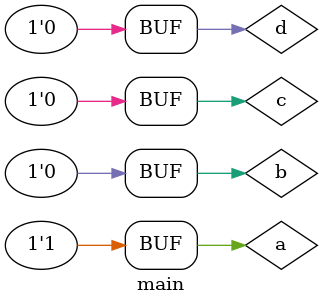
<source format=v>
module main;
	reg a,b,c,d;
	wire x,y;

	encoder e(a,b,c,d,x,y);

initial begin


a=0;b=0;c=0;d=1;
#5
a=0;b=0;c=1;d=0;
#5
a=0;b=1;c=0;d=0;
#5
a=1;b=0;c=0;d=0;

end

initial begin
	$monitor("input = %d%d%d%d output = %d%d",a,b,c,d,x,y);
end
endmodule
</source>
